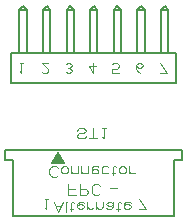
<source format=gbr>
G04 GENERATED BY PULSONIX 7.0 GERBER.DLL 4573*
%INHILLSTAR_30X30_EL_V1_0*%
%LNGERBER_SILKSCREEN_BOTTOM*%
%FSLAX33Y33*%
%IPPOS*%
%LPD*%
%OFA0B0*%
%MOMM*%
%ADD15C,0.125*%
%ADD17C,0.200*%
%ADD71C,0.127*%
%ADD78C,0.203*%
X0Y0D02*
D02*
D15*
X123513Y151566D02*
X123807Y151566D01*
X123660D02*
X123660Y150684D01*
X123513Y150831*
X125628Y140041D02*
X125922Y140041D01*
X125775D02*
X125775Y139159D01*
X125628Y139306*
X125954Y151566D02*
X125366Y151566D01*
X125880Y151052*
X125954Y150905*
X125880Y150758*
X125733Y150684*
X125513*
X125366Y150758*
X127439Y151493D02*
X127586Y151566D01*
X127733*
X127880Y151493*
X127954Y151346*
X127880Y151199*
X127733Y151125*
X127586*
X127733D02*
X127880Y151052D01*
X127954Y150905*
X127880Y150758*
X127733Y150684*
X127586*
X127439Y150758*
X126416Y139791D02*
X126783Y138909D01*
X127151Y139791*
X126563Y139424D02*
X127004Y139424D01*
X127502Y139791D02*
X127428Y139791D01*
Y138909*
X127741Y139203D02*
X128035Y139203D01*
X127888Y139056D02*
X127888Y139718D01*
X127961Y139791*
X128035*
X128108Y139718*
X128954D02*
X128880Y139791D01*
X128733*
X128586*
X128439Y139718*
X128366Y139571*
Y139350*
X128439Y139277*
X128586Y139203*
X128733*
X128880Y139277*
X128954Y139350*
Y139424*
X128880Y139497*
X128733Y139571*
X128586*
X128439Y139497*
X128366Y139424*
X129216Y139791D02*
X129216Y139203D01*
Y139424D02*
X129289Y139277D01*
X129436Y139203*
X129583*
X129730Y139277*
X129991Y139791D02*
X129991Y139203D01*
Y139424D02*
X130064Y139277D01*
X130211Y139203*
X130358*
X130505Y139277*
X130579Y139424*
Y139791*
X130841Y139277D02*
X130988Y139203D01*
X131208*
X131355Y139277*
X131429Y139424*
Y139644*
X131355Y139718*
X131208Y139791*
X131061*
X130914Y139718*
X130841Y139644*
Y139571*
X130914Y139497*
X131061Y139424*
X131208*
X131355Y139497*
X131429Y139571*
Y139644D02*
X131429Y139791D01*
X131691Y139203D02*
X131985Y139203D01*
X131838Y139056D02*
X131838Y139718D01*
X131911Y139791*
X131985*
X132058Y139718*
X132904D02*
X132830Y139791D01*
X132683*
X132536*
X132389Y139718*
X132316Y139571*
Y139350*
X132389Y139277*
X132536Y139203*
X132683*
X132830Y139277*
X132904Y139350*
Y139424*
X132830Y139497*
X132683Y139571*
X132536*
X132389Y139497*
X132316Y139424*
X127578Y141291D02*
X127578Y140409D01*
X128313*
X128166Y140850D02*
X127578Y140850D01*
X128591Y141291D02*
X128591Y140409D01*
X129105*
X129252Y140483*
X129326Y140630*
X129252Y140777*
X129105Y140850*
X128591*
X130338Y141144D02*
X130265Y141218D01*
X130118Y141291*
X129897*
X129750Y141218*
X129677Y141144*
X129603Y140997*
Y140703*
X129677Y140556*
X129750Y140483*
X129897Y140409*
X130118*
X130265Y140483*
X130338Y140556*
X131153Y140997D02*
X131741Y140997D01*
X126770Y142644D02*
X126696Y142718D01*
X126549Y142791*
X126329*
X126181Y142718*
X126108Y142644*
X126034Y142497*
Y142203*
X126108Y142056*
X126181Y141983*
X126329Y141909*
X126549*
X126696Y141983*
X126770Y142056*
X127047Y142571D02*
X127120Y142718D01*
X127267Y142791*
X127415*
X127562Y142718*
X127635Y142571*
Y142424*
X127562Y142277*
X127415Y142203*
X127267*
X127120Y142277*
X127047Y142424*
Y142571*
X127897Y142791D02*
X127897Y142203D01*
Y142424D02*
X127970Y142277D01*
X128117Y142203*
X128265*
X128412Y142277*
X128485Y142424*
Y142791*
X128747D02*
X128747Y142203D01*
Y142424D02*
X128820Y142277D01*
X128967Y142203*
X129115*
X129262Y142277*
X129335Y142424*
Y142791*
X130185Y142718D02*
X130112Y142791D01*
X129965*
X129817*
X129670Y142718*
X129597Y142571*
Y142350*
X129670Y142277*
X129817Y142203*
X129965*
X130112Y142277*
X130185Y142350*
Y142424*
X130112Y142497*
X129965Y142571*
X129817*
X129670Y142497*
X129597Y142424*
X131035Y142277D02*
X130888Y142203D01*
X130667*
X130520Y142277*
X130447Y142424*
Y142571*
X130520Y142718*
X130667Y142791*
X130888*
X131035Y142718*
X131297Y142203D02*
X131591Y142203D01*
X131444Y142056D02*
X131444Y142718D01*
X131517Y142791*
X131591*
X131665Y142718*
X131922Y142571D02*
X131995Y142718D01*
X132142Y142791*
X132290*
X132437Y142718*
X132510Y142571*
Y142424*
X132437Y142277*
X132290Y142203*
X132142*
X131995Y142277*
X131922Y142424*
Y142571*
X132772Y142791D02*
X132772Y142203D01*
Y142424D02*
X132845Y142277D01*
X132992Y142203*
X133140*
X133287Y142277*
X128353Y145821D02*
X128427Y145968D01*
X128574Y146041*
X128868*
X129015Y145968*
X129088Y145821*
X129015Y145674*
X128868Y145600*
X128574*
X128427Y145527*
X128353Y145380*
X128427Y145233*
X128574Y145159*
X128868*
X129015Y145233*
X129088Y145380*
X129733Y146041D02*
X129733Y145159D01*
X129366D02*
X130101Y145159D01*
X130525Y146041D02*
X130819Y146041D01*
X130672D02*
X130672Y145159D01*
X130525Y145306*
X129733Y151566D02*
X129733Y150684D01*
X129366Y151272*
X129954*
X131366Y151493D02*
X131513Y151566D01*
X131733*
X131880Y151493*
X131954Y151346*
Y151272*
X131880Y151125*
X131733Y151052*
X131366*
Y150684*
X131954*
X133643Y140041D02*
X134232Y139159D01*
X133643*
X133366Y151346D02*
X133439Y151199D01*
X133586Y151125*
X133733*
X133880Y151199*
X133954Y151346*
X133880Y151493*
X133733Y151566*
X133586*
X133439Y151493*
X133366Y151346*
Y151125*
X133439Y150905*
X133586Y150758*
X133733Y150684*
X135366Y151566D02*
X135954Y150684D01*
X135366*
D02*
D17*
X126291Y143071D02*
X126791Y143962D01*
X127291Y143071*
X126291*
G36*
X126791Y143962*
X127291Y143071*
X126291*
G37*
D02*
D71*
X122991Y138600D02*
Y143350D01*
X122291*
Y144161*
X122291Y144162*
X137290*
X137291Y144161*
Y143350*
X136591*
Y138600*
X122991*
X123486Y152362D02*
Y156057D01*
X123791Y156362*
X124095Y152362D02*
Y156057D01*
X123791Y156362*
X124095Y156057D02*
X123486D01*
X125486Y152362D02*
Y156057D01*
X125791Y156362*
X126095Y152362D02*
Y156057D01*
X125791Y156362*
X126095Y156057D02*
X125486D01*
X127486Y152362D02*
Y156057D01*
X127791Y156362*
X128095Y152362D02*
Y156057D01*
X127791Y156362*
X128095Y156057D02*
X127486D01*
X129486Y152362D02*
Y156057D01*
X129791Y156362*
X130095Y152362D02*
Y156057D01*
X129791Y156362*
X130095Y156057D02*
X129486D01*
X131486Y152362D02*
Y156057D01*
X131791Y156362*
X132095Y152362D02*
Y156057D01*
X131791Y156362*
X132095Y156057D02*
X131486D01*
X133486Y152362D02*
Y156057D01*
X133791Y156362*
X134095Y152362D02*
Y156057D01*
X133791Y156362*
X134095Y156057D02*
X133486D01*
X135486Y152362D02*
Y156057D01*
X135791Y156362*
X136095Y152362D02*
Y156057D01*
X135791Y156362*
X136095Y156057D02*
X135486D01*
D02*
D78*
X122791Y149862D02*
Y152362D01*
X136791*
Y149862*
X122791*
X0Y0D02*
M02*

</source>
